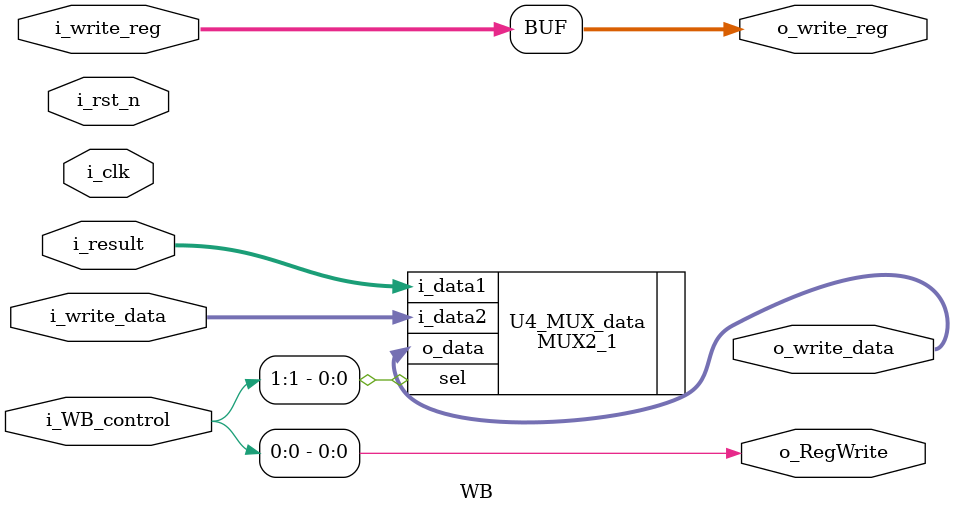
<source format=v>
module WB(i_clk,i_rst_n,i_write_reg,i_write_data,i_result,i_WB_control,o_write_reg,o_write_data,o_RegWrite);
	input i_clk,i_rst_n;
	input [1:0] i_WB_control;
	input [4:0] i_write_reg;
	input [31:0] i_write_data,i_result;
	output o_RegWrite;
	output [4:0] o_write_reg;
	output [31:0] o_write_data;
	
	assign o_RegWrite=i_WB_control[0];
	assign o_write_reg=i_write_reg;
	
	MUX2_1		U4_MUX_data(.i_data1(i_result),.i_data2(i_write_data),.sel(i_WB_control[1]),.o_data(o_write_data));
	
endmodule //End of module
</source>
